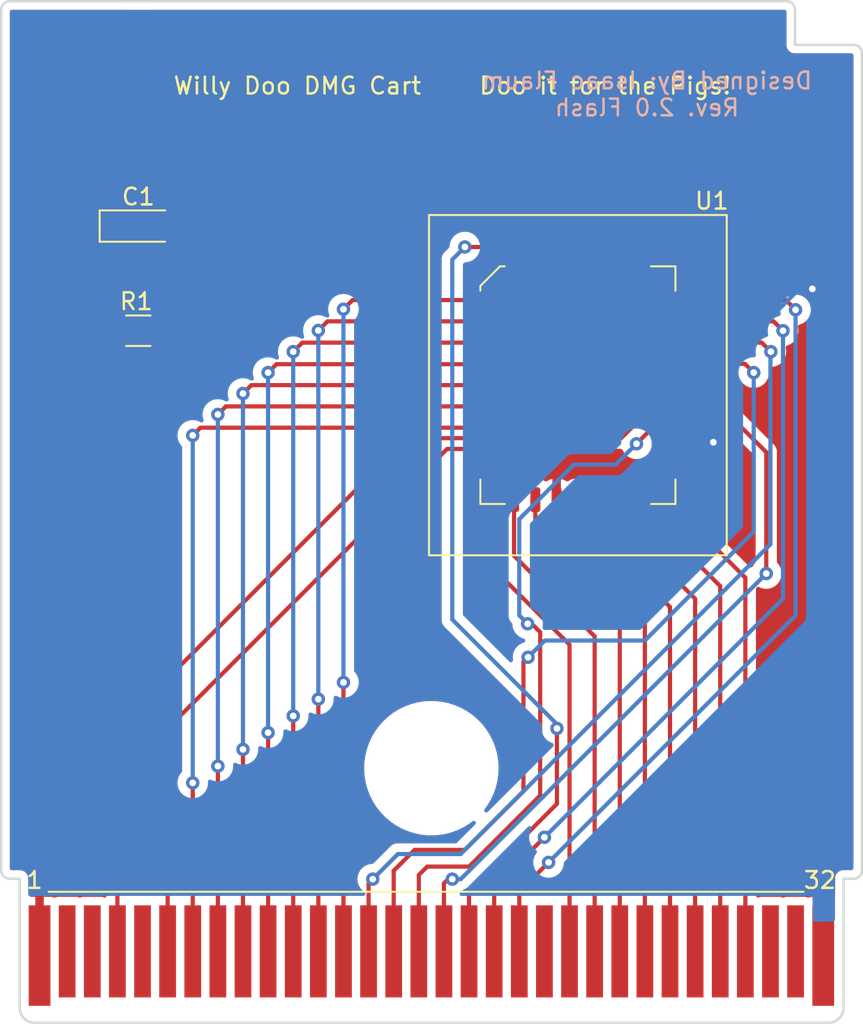
<source format=kicad_pcb>
(kicad_pcb (version 20211014) (generator pcbnew)
  (layers (0 "F.Cu" signal) (31 "B.Cu" signal) (34 "B.Paste" user) (35 "F.Paste" user) (36 "B.SilkS" user "B.Silkscreen") (37 "F.SilkS" user "F.Silkscreen") (38 "B.Mask" user) (39 "F.Mask" user) (44 "Edge.Cuts" user))
  (net 0 "")
  (net 2 "+5V")
  (net 4 "GBRD")
  (net 6 "A0")
  (net 7 "A1")
  (net 8 "A2")
  (net 9 "A3")
  (net 10 "A4")
  (net 11 "A5")
  (net 12 "A6")
  (net 13 "A7")
  (net 14 "A8")
  (net 15 "A9")
  (net 16 "A10")
  (net 17 "A11")
  (net 18 "A12")
  (net 19 "A13")
  (net 20 "A14")
  (net 22 "D0")
  (net 23 "D1")
  (net 24 "D2")
  (net 25 "D3")
  (net 26 "D4")
  (net 27 "D5")
  (net 28 "D6")
  (net 29 "D7")
  (net 32 "GND")
  (net 33 "Net-(R1-Pad1)")
  (footprint "GB Cartridge Stuff:MountingHole_7mm" (layer "F.Cu") (at 128.69124 123.993407)
    (fp_text reference "H1" hide)
    (fp_text value "MountingHole")
    (pad "" np_thru_hole circle locked (at 0 0) (size 7 7) (drill 7) (layers *.Cu *.Mask))
  )
  (footprint "Resistor_SMD:R_1206_3216Metric" (layer "F.Cu") (at 111.19 97.87 180)
    (fp_text reference "R1" (at 0.125 1.75 180) (layer "F.SilkS"))
    (fp_text value "12k")
    (fp_line (start -0.727064 0.91) (end 0.727064 0.91) (layer "F.SilkS") (width 0.12))
    (fp_line (start -0.727064 -0.91) (end 0.727064 -0.91) (layer "F.SilkS") (width 0.12))
    (pad "1" smd roundrect (at -1.4625 0 180) (size 1.125 1.75) (layers "F.Cu" "F.Paste" "F.Mask") (roundrect_rratio 0.2222222222) (net 33 "Net-(R1-Pad1)"))
    (pad "2" smd roundrect (at 1.4625 0 180) (size 1.125 1.75) (layers "F.Cu" "F.Paste" "F.Mask") (roundrect_rratio 0.2222222222) (net 2 "+5V"))
  )
  (footprint "GB Cartridge Stuff:cartridge_PCBedge" (layer "F.Cu") (at 128.69124 135.183407)
    (fp_text reference "J1" hide)
    (fp_text value "CartBus" hide)
    (fp_text user "1" (at -23.7 -4.5) (layer "F.SilkS"))
    (fp_text user "32" (at 23.2 -4.5) (layer "F.SilkS"))
    (pad "1" connect rect locked (at -23.4 0 90) (size 6 1.3) (layers "F.Cu" "F.Mask") (net 2 "+5V"))
    (pad "2" connect rect locked (at -21.75 -0.25 90) (size 5.5 1) (layers "F.Cu" "F.Mask"))
    (pad "3" connect rect locked (at -20.25 -0.25 90) (size 5.5 1) (layers "F.Cu" "F.Mask"))
    (pad "4" connect rect locked (at -18.75 -0.25 90) (size 5.5 1) (layers "F.Cu" "F.Mask") (net 4 "GBRD"))
    (pad "5" connect rect locked (at -17.25 -0.25 90) (size 5.5 1) (layers "F.Cu" "F.Mask"))
    (pad "6" connect rect locked (at -15.75 -0.25 90) (size 5.5 1) (layers "F.Cu" "F.Mask") (net 6 "A0"))
    (pad "7" connect rect locked (at -14.25 -0.25 90) (size 5.5 1) (layers "F.Cu" "F.Mask") (net 7 "A1"))
    (pad "8" connect rect locked (at -12.75 -0.25 90) (size 5.5 1) (layers "F.Cu" "F.Mask") (net 8 "A2"))
    (pad "9" connect rect locked (at -11.25 -0.25 90) (size 5.5 1) (layers "F.Cu" "F.Mask") (net 9 "A3"))
    (pad "10" connect rect locked (at -9.75 -0.25 90) (size 5.5 1) (layers "F.Cu" "F.Mask") (net 10 "A4"))
    (pad "11" connect rect locked (at -8.25 -0.25 90) (size 5.5 1) (layers "F.Cu" "F.Mask") (net 11 "A5"))
    (pad "12" connect rect locked (at -6.75 -0.25 90) (size 5.5 1) (layers "F.Cu" "F.Mask") (net 12 "A6"))
    (pad "13" connect rect locked (at -5.25 -0.25 90) (size 5.5 1) (layers "F.Cu" "F.Mask") (net 13 "A7"))
    (pad "14" connect rect locked (at -3.75 -0.25 90) (size 5.5 1) (layers "F.Cu" "F.Mask") (net 14 "A8"))
    (pad "15" connect rect locked (at -2.25 -0.25 90) (size 5.5 1) (layers "F.Cu" "F.Mask") (net 15 "A9"))
    (pad "16" connect rect locked (at -0.75 -0.25 90) (size 5.5 1) (layers "F.Cu" "F.Mask") (net 16 "A10"))
    (pad "17" connect rect locked (at 0.75 -0.25 90) (size 5.5 1) (layers "F.Cu" "F.Mask") (net 17 "A11"))
    (pad "18" connect rect locked (at 2.25 -0.25 90) (size 5.5 1) (layers "F.Cu" "F.Mask") (net 18 "A12"))
    (pad "19" connect rect locked (at 3.75 -0.25 90) (size 5.5 1) (layers "F.Cu" "F.Mask") (net 19 "A13"))
    (pad "20" connect rect locked (at 5.25 -0.25 90) (size 5.5 1) (layers "F.Cu" "F.Mask") (net 20 "A14"))
    (pad "21" connect rect locked (at 6.75 -0.25 90) (size 5.5 1) (layers "F.Cu" "F.Mask"))
    (pad "22" connect rect locked (at 8.25 -0.25 90) (size 5.5 1) (layers "F.Cu" "F.Mask") (net 22 "D0"))
    (pad "23" connect rect locked (at 9.75 -0.25 90) (size 5.5 1) (layers "F.Cu" "F.Mask") (net 23 "D1"))
    (pad "24" connect rect locked (at 11.25 -0.25 90) (size 5.5 1) (layers "F.Cu" "F.Mask") (net 24 "D2"))
    (pad "25" connect rect locked (at 12.75 -0.25 90) (size 5.5 1) (layers "F.Cu" "F.Mask") (net 25 "D3"))
    (pad "26" connect rect locked (at 14.25 -0.25 90) (size 5.5 1) (layers "F.Cu" "F.Mask") (net 26 "D4"))
    (pad "27" connect rect locked (at 15.75 -0.25 90) (size 5.5 1) (layers "F.Cu" "F.Mask") (net 27 "D5"))
    (pad "28" connect rect locked (at 17.25 -0.25 90) (size 5.5 1) (layers "F.Cu" "F.Mask") (net 28 "D6"))
    (pad "29" connect rect locked (at 18.75 -0.25 90) (size 5.5 1) (layers "F.Cu" "F.Mask") (net 29 "D7"))
    (pad "30" connect rect locked (at 20.25 -0.25 90) (size 5.5 1) (layers "F.Cu" "F.Mask"))
    (pad "31" connect rect locked (at 21.75 -0.25 90) (size 5.5 1) (layers "F.Cu" "F.Mask"))
    (pad "32" connect rect locked (at 23.4 0 90) (size 6 1.3) (layers "F.Cu" "F.Mask") (net 32 "GND"))
  )
  (footprint "Capacitor_Tantalum_SMD:CP_EIA-3216-18_Kemet-A" (layer "F.Cu") (at 111.19 91.62)
    (fp_text reference "C1" (at 0 -1.75) (layer "F.SilkS"))
    (fp_text value "C_Polarized")
    (fp_line (start -2.31 0.935) (end 1.6 0.935) (layer "F.SilkS") (width 0.12))
    (fp_line (start -2.31 -0.935) (end -2.31 0.935) (layer "F.SilkS") (width 0.12))
    (fp_line (start 1.6 -0.935) (end -2.31 -0.935) (layer "F.SilkS") (width 0.12))
    (pad "1" smd roundrect (at -1.35 0) (size 1.4 1.35) (layers "F.Cu" "F.Paste" "F.Mask") (roundrect_rratio 0.1851851852) (net 2 "+5V"))
    (pad "2" smd roundrect (at 1.35 0) (size 1.4 1.35) (layers "F.Cu" "F.Paste" "F.Mask") (roundrect_rratio 0.1851851852) (net 32 "GND"))
  )
  (footprint "GB Cartridge Stuff:PLCC-32_11.4x14.0mm_P1.27mm_SOCKET" (layer "F.Cu") (at 137.44 101.12)
    (fp_text reference "U1" (at 8 -11) (layer "F.SilkS"))
    (fp_text value "SST39SF020")
    (fp_line (start -8.89 -10.16) (end 8.89 -10.16) (layer "F.SilkS") (width 0.12))
    (fp_line (start -5.825 7.095) (end -5.825 5.64) (layer "F.SilkS") (width 0.12))
    (fp_line (start 4.37 -7.095) (end 5.825 -7.095) (layer "F.SilkS") (width 0.12))
    (fp_line (start -4.37 7.095) (end -5.825 7.095) (layer "F.SilkS") (width 0.12))
    (fp_line (start -8.89 10.16) (end -8.89 -10.16) (layer "F.SilkS") (width 0.12))
    (fp_line (start 8.89 10.16) (end -8.89 10.16) (layer "F.SilkS") (width 0.12))
    (fp_line (start 5.825 7.095) (end 5.825 5.64) (layer "F.SilkS") (width 0.12))
    (fp_line (start -5.825 -5.922782) (end -5.825 -5.64) (layer "F.SilkS") (width 0.12))
    (fp_line (start 8.89 -10.16) (end 8.89 10.16) (layer "F.SilkS") (width 0.12))
    (fp_line (start 4.37 7.095) (end 5.825 7.095) (layer "F.SilkS") (width 0.12))
    (fp_line (start 5.825 -7.095) (end 5.825 -5.64) (layer "F.SilkS") (width 0.12))
    (fp_line (start -4.37 -7.095) (end -4.652782 -7.095) (layer "F.SilkS") (width 0.12))
    (fp_line (start -4.652782 -7.095) (end -5.825 -5.922782) (layer "F.SilkS") (width 0.12))
    (pad "1" smd roundrect locked (at 0 -6.8375) (size 0.6 1.475) (layers "F.Cu" "F.Paste" "F.Mask"))
    (pad "2" smd roundrect locked (at -1.27 -6.8375) (size 0.6 1.475) (layers "F.Cu" "F.Paste" "F.Mask"))
    (pad "3" smd roundrect locked (at -2.54 -6.8375) (size 0.6 1.475) (layers "F.Cu" "F.Paste" "F.Mask"))
    (pad "4" smd roundrect locked (at -3.81 -6.8375) (size 0.6 1.475) (layers "F.Cu" "F.Paste" "F.Mask") (net 18 "A12"))
    (pad "5" smd roundrect locked (at -5.5625 -5.08) (size 1.475 0.6) (layers "F.Cu" "F.Paste" "F.Mask") (net 13 "A7"))
    (pad "6" smd roundrect locked (at -5.5625 -3.81) (size 1.475 0.6) (layers "F.Cu" "F.Paste" "F.Mask") (net 12 "A6"))
    (pad "7" smd roundrect locked (at -5.5625 -2.54) (size 1.475 0.6) (layers "F.Cu" "F.Paste" "F.Mask") (net 11 "A5"))
    (pad "8" smd roundrect locked (at -5.5625 -1.27) (size 1.475 0.6) (layers "F.Cu" "F.Paste" "F.Mask") (net 10 "A4"))
    (pad "9" smd roundrect locked (at -5.5625 0) (size 1.475 0.6) (layers "F.Cu" "F.Paste" "F.Mask") (net 9 "A3"))
    (pad "10" smd roundrect locked (at -5.5625 1.27) (size 1.475 0.6) (layers "F.Cu" "F.Paste" "F.Mask") (net 8 "A2"))
    (pad "11" smd roundrect locked (at -5.5625 2.54) (size 1.475 0.6) (layers "F.Cu" "F.Paste" "F.Mask") (net 7 "A1"))
    (pad "12" smd roundrect locked (at -5.5625 3.81) (size 1.475 0.6) (layers "F.Cu" "F.Paste" "F.Mask") (net 6 "A0"))
    (pad "13" smd roundrect locked (at -5.5625 5.08) (size 1.475 0.6) (layers "F.Cu" "F.Paste" "F.Mask") (net 22 "D0"))
    (pad "14" smd roundrect locked (at -3.81 6.8375) (size 0.6 1.475) (layers "F.Cu" "F.Paste" "F.Mask") (net 23 "D1"))
    (pad "15" smd roundrect locked (at -2.54 6.8375) (size 0.6 1.475) (layers "F.Cu" "F.Paste" "F.Mask") (net 24 "D2"))
    (pad "16" smd roundrect locked (at -1.27 6.8375) (size 0.6 1.475) (layers "F.Cu" "F.Paste" "F.Mask") (net 32 "GND"))
    (pad "17" smd roundrect locked (at 0 6.8375) (size 0.6 1.475) (layers "F.Cu" "F.Paste" "F.Mask") (net 25 "D3"))
    (pad "18" smd roundrect locked (at 1.27 6.8375) (size 0.6 1.475) (layers "F.Cu" "F.Paste" "F.Mask") (net 26 "D4"))
    (pad "19" smd roundrect locked (at 2.54 6.8375) (size 0.6 1.475) (layers "F.Cu" "F.Paste" "F.Mask") (net 27 "D5"))
    (pad "20" smd roundrect locked (at 3.81 6.8375) (size 0.6 1.475) (layers "F.Cu" "F.Paste" "F.Mask") (net 28 "D6"))
    (pad "21" smd roundrect locked (at 5.5625 5.08) (size 1.475 0.6) (layers "F.Cu" "F.Paste" "F.Mask") (net 29 "D7"))
    (pad "22" smd roundrect locked (at 5.5625 3.81) (size 1.475 0.6) (layers "F.Cu" "F.Paste" "F.Mask") (net 32 "GND"))
    (pad "23" smd roundrect locked (at 5.5625 2.54) (size 1.475 0.6) (layers "F.Cu" "F.Paste" "F.Mask") (net 16 "A10"))
    (pad "24" smd roundrect locked (at 5.5625 1.27) (size 1.475 0.6) (layers "F.Cu" "F.Paste" "F.Mask") (net 4 "GBRD"))
    (pad "25" smd roundrect locked (at 5.5625 0) (size 1.475 0.6) (layers "F.Cu" "F.Paste" "F.Mask") (net 17 "A11"))
    (pad "26" smd roundrect locked (at 5.5625 -1.27) (size 1.475 0.6) (layers "F.Cu" "F.Paste" "F.Mask") (net 15 "A9"))
    (pad "27" smd roundrect locked (at 5.5625 -2.54) (size 1.475 0.6) (layers "F.Cu" "F.Paste" "F.Mask") (net 14 "A8"))
    (pad "28" smd roundrect locked (at 5.5625 -3.81) (size 1.475 0.6) (layers "F.Cu" "F.Paste" "F.Mask") (net 19 "A13"))
    (pad "29" smd roundrect locked (at 5.5625 -5.08) (size 1.475 0.6) (layers "F.Cu" "F.Paste" "F.Mask") (net 20 "A14"))
    (pad "30" smd roundrect locked (at 3.81 -6.8375) (size 0.6 1.475) (layers "F.Cu" "F.Paste" "F.Mask"))
    (pad "31" smd roundrect locked (at 2.54 -6.8375) (size 0.6 1.475) (layers "F.Cu" "F.Paste" "F.Mask") (net 33 "Net-(R1-Pad1)"))
    (pad "32" smd roundrect (at 1.27 -6.8375) (size 0.6 1.475) (layers "F.Cu" "F.Paste" "F.Mask") (net 2 "+5V"))
  )
  (gr_line (start 105.83124 131.373407) (end 150.91624 131.373407) (layer "F.SilkS") (width 0.12))
  (gr_line (start 103.505 78.195) (end 149.905 78.195) (layer "Edge.Cuts") (width 0.15))
  (gr_line (start 150.405 78.695) (end 150.405 80.795) (layer "Edge.Cuts") (width 0.15))
  (gr_line (start 105.005 139.195) (end 152.405 139.195) (layer "Edge.Cuts") (width 0.15))
  (gr_line (start 103.005 130.095) (end 103.005 78.695) (layer "Edge.Cuts") (width 0.15))
  (gr_arc (start 105.005 139.195) (mid 104.368604 138.931396) (end 104.105 138.295) (layer "Edge.Cuts") (width 0.15))
  (gr_line (start 104.105 130.595) (end 103.505 130.595) (layer "Edge.Cuts") (width 0.15))
  (gr_arc (start 103.505 130.595) (mid 103.151447 130.448553) (end 103.005 130.095) (layer "Edge.Cuts") (width 0.15))
  (gr_arc (start 154.405 130.095) (mid 154.258553 130.448553) (end 153.905 130.595) (layer "Edge.Cuts") (width 0.15))
  (gr_line (start 104.105 138.295) (end 104.105 130.595) (layer "Edge.Cuts") (width 0.15))
  (gr_line (start 153.305 138.295) (end 153.305 130.595) (layer "Edge.Cuts") (width 0.15))
  (gr_line (start 154.405 130.095) (end 154.405 81.295) (layer "Edge.Cuts") (width 0.15))
  (gr_arc (start 149.905 78.195) (mid 150.258553 78.341447) (end 150.405 78.695) (layer "Edge.Cuts") (width 0.15))
  (gr_arc (start 153.905 80.795) (mid 154.258553 80.941447) (end 154.405 81.295) (layer "Edge.Cuts") (width 0.15))
  (gr_arc (start 103.005 78.695) (mid 103.151447 78.341447) (end 103.505 78.195) (layer "Edge.Cuts") (width 0.15))
  (gr_line (start 153.905 80.795) (end 150.405 80.795) (layer "Edge.Cuts") (width 0.15))
  (gr_line (start 153.305 130.595) (end 153.905 130.595) (layer "Edge.Cuts") (width 0.15))
  (gr_arc (start 153.305 138.295) (mid 153.041396 138.931396) (end 152.405 139.195) (layer "Edge.Cuts") (width 0.15))
  (gr_text "Designed By: Isaac Flaum\nRev. 2.0 Flash" (at 141.565 83.745) (layer "B.SilkS") (effects (font (size 1 1)) (justify mirror)))
  (gr_text "Doo it for the Pigs!" (at 139.065 83.245) (layer "F.SilkS") (effects (font (size 1 1))))
  (gr_text "Willy Doo DMG Cart" (at 120.69 83.245) (layer "F.SilkS") (effects (font (size 1 1))))
  (segment (start 136.94 91.37) (end 121.69 91.37) (width 0.25) (layer "F.Cu") (net 2))
  (segment (start 138.71 93.14) (end 136.94 91.37) (width 0.25) (layer "F.Cu") (net 2))
  (segment (start 138.71 94.2825) (end 138.71 93.14) (width 0.25) (layer "F.Cu") (net 2))
  (segment (start 121.69 91.37) (end 109.69 103.37) (width 0.25) (layer "F.Cu") (net 2))
  (segment (start 109.94124 121.61876) (end 127.275 104.285) (width 0.25) (layer "F.Cu") (net 4))
  (segment (start 140.025 104.285) (end 141.92 102.39) (width 0.25) (layer "F.Cu") (net 4))
  (segment (start 109.94124 134.933407) (end 109.94124 121.61876) (width 0.25) (layer "F.Cu") (net 4))
  (segment (start 141.92 102.39) (end 143.0025 102.39) (width 0.25) (layer "F.Cu") (net 4))
  (segment (start 127.275 104.285) (end 140.025 104.285) (width 0.25) (layer "F.Cu") (net 4))
  (segment (start 112.94124 121.61876) (end 129.63 104.93) (width 0.25) (layer "F.Cu") (net 6))
  (segment (start 112.94124 134.933407) (end 112.94124 121.61876) (width 0.25) (layer "F.Cu") (net 6))
  (segment (start 129.63 104.93) (end 131.8775 104.93) (width 0.25) (layer "F.Cu") (net 6))
  (segment (start 114.9 103.66) (end 131.8775 103.66) (width 0.25) (layer "F.Cu") (net 7))
  (segment (start 114.44124 125.62124) (end 114.44 125.62) (width 0.25) (layer "F.Cu") (net 7))
  (segment (start 114.44 104.12) (end 114.9 103.66) (width 0.25) (layer "F.Cu") (net 7))
  (segment (start 114.44 125.62) (end 114.44 124.87) (width 0.25) (layer "F.Cu") (net 7))
  (segment (start 114.44124 134.933407) (end 114.44124 125.62124) (width 0.25) (layer "F.Cu") (net 7))
  (via (at 114.44 104.12) (size 0.8) (drill 0.4) (layers "F.Cu" "B.Cu") (net 7))
  (via (at 114.44 124.87) (size 0.8) (drill 0.4) (layers "F.Cu" "B.Cu") (net 7))
  (segment (start 114.44 104.12) (end 114.44 124.87) (width 0.25) (layer "B.Cu") (net 7))
  (segment (start 115.94 102.87) (end 116.42 102.39) (width 0.25) (layer "F.Cu") (net 8))
  (segment (start 116.42 102.39) (end 131.8775 102.39) (width 0.25) (layer "F.Cu") (net 8))
  (segment (start 115.94 123.87) (end 115.94124 123.87124) (width 0.25) (layer "F.Cu") (net 8))
  (segment (start 115.94124 123.87124) (end 115.94124 134.933407) (width 0.25) (layer "F.Cu") (net 8))
  (via (at 115.94 123.87) (size 0.8) (drill 0.4) (layers "F.Cu" "B.Cu") (net 8))
  (via (at 115.94 102.87) (size 0.8) (drill 0.4) (layers "F.Cu" "B.Cu") (net 8))
  (segment (start 115.94 102.87) (end 115.94 123.87) (width 0.25) (layer "B.Cu") (net 8))
  (segment (start 117.44 101.62) (end 117.94 101.12) (width 0.25) (layer "F.Cu") (net 9))
  (segment (start 117.94 101.12) (end 131.8775 101.12) (width 0.25) (layer "F.Cu") (net 9))
  (segment (start 117.44124 122.87124) (end 117.44124 134.933407) (width 0.25) (layer "F.Cu") (net 9))
  (segment (start 117.44 122.87) (end 117.44124 122.87124) (width 0.25) (layer "F.Cu") (net 9))
  (via (at 117.44 122.87) (size 0.8) (drill 0.4) (layers "F.Cu" "B.Cu") (net 9))
  (via (at 117.44 101.62) (size 0.8) (drill 0.4) (layers "F.Cu" "B.Cu") (net 9))
  (segment (start 117.44 101.62) (end 117.44 122.87) (width 0.25) (layer "B.Cu") (net 9))
  (segment (start 118.94 100.37) (end 119.44 99.87) (width 0.25) (layer "F.Cu") (net 10))
  (segment (start 119.44 99.87) (end 131.8575 99.87) (width 0.25) (layer "F.Cu") (net 10))
  (segment (start 118.94124 121.87124) (end 118.94124 134.933407) (width 0.25) (layer "F.Cu") (net 10))
  (segment (start 131.8575 99.87) (end 131.8775 99.85) (width 0.25) (layer "F.Cu") (net 10))
  (segment (start 118.94 121.87) (end 118.94124 121.87124) (width 0.25) (layer "F.Cu") (net 10))
  (via (at 118.94 100.37) (size 0.8) (drill 0.4) (layers "F.Cu" "B.Cu") (net 10))
  (via (at 118.94 121.87) (size 0.8) (drill 0.4) (layers "F.Cu" "B.Cu") (net 10))
  (segment (start 118.94 100.37) (end 118.94 121.87) (width 0.25) (layer "B.Cu") (net 10))
  (segment (start 120.44124 120.87124) (end 120.44124 134.933407) (width 0.25) (layer "F.Cu") (net 11))
  (segment (start 120.98 98.58) (end 131.8775 98.58) (width 0.25) (layer "F.Cu") (net 11))
  (segment (start 120.44 120.87) (end 120.44124 120.87124) (width 0.25) (layer "F.Cu") (net 11))
  (segment (start 120.44 99.12) (end 120.98 98.58) (width 0.25) (layer "F.Cu") (net 11))
  (via (at 120.44 120.87) (size 0.8) (drill 0.4) (layers "F.Cu" "B.Cu") (net 11))
  (via (at 120.44 99.12) (size 0.8) (drill 0.4) (layers "F.Cu" "B.Cu") (net 11))
  (segment (start 120.44 99.12) (end 120.44 120.87) (width 0.25) (layer "B.Cu") (net 11))
  (segment (start 121.94124 119.87124) (end 121.94124 134.933407) (width 0.25) (layer "F.Cu") (net 12))
  (segment (start 131.8775 97.31) (end 123 97.31) (width 0.25) (layer "F.Cu") (net 12))
  (segment (start 121.94 119.87) (end 121.94124 119.87124) (width 0.25) (layer "F.Cu") (net 12))
  (segment (start 121.94 97.8555) (end 122.4855 97.31) (width 0.25) (layer "F.Cu") (net 12))
  (segment (start 122.4855 97.31) (end 123 97.31) (width 0.25) (layer "F.Cu") (net 12))
  (via (at 121.94 119.87) (size 0.8) (drill 0.4) (layers "F.Cu" "B.Cu") (net 12))
  (via (at 121.94 97.8555) (size 0.8) (drill 0.4) (layers "F.Cu" "B.Cu") (net 12))
  (segment (start 121.94 97.8555) (end 121.94 119.87) (width 0.25) (layer "B.Cu") (net 12))
  (segment (start 123.9855 96.04) (end 123.44 96.5855) (width 0.25) (layer "F.Cu") (net 13))
  (segment (start 131.8775 96.04) (end 123.9855 96.04) (width 0.25) (layer "F.Cu") (net 13))
  (segment (start 123.44124 118.87124) (end 123.44124 134.933407) (width 0.25) (layer "F.Cu") (net 13))
  (segment (start 123.44 118.87) (end 123.44124 118.87124) (width 0.25) (layer "F.Cu") (net 13))
  (via (at 123.44 118.87) (size 0.8) (drill 0.4) (layers "F.Cu" "B.Cu") (net 13))
  (via (at 123.44 96.5855) (size 0.8) (drill 0.4) (layers "F.Cu" "B.Cu") (net 13))
  (segment (start 123.44 96.5855) (end 123.44 118.87) (width 0.25) (layer "B.Cu") (net 13))
  (segment (start 125.19 130.62) (end 124.94124 130.86876) (width 0.25) (layer "F.Cu") (net 14))
  (segment (start 148.4255 98.58) (end 143.0025 98.58) (width 0.25) (layer "F.Cu") (net 14))
  (segment (start 148.9655 99.12) (end 148.4255 98.58) (width 0.25) (layer "F.Cu") (net 14))
  (segment (start 124.94124 130.86876) (end 124.94124 134.933407) (width 0.25) (layer "F.Cu") (net 14))
  (via (at 125.19 130.62) (size 0.8) (drill 0.4) (layers "F.Cu" "B.Cu") (net 14))
  (via (at 148.9655 99.12) (size 0.8) (drill 0.4) (layers "F.Cu" "B.Cu") (net 14))
  (segment (start 148.94 99.1455) (end 148.9655 99.12) (width 0.25) (layer "B.Cu") (net 14))
  (segment (start 125.19 130.62) (end 126.69 129.12) (width 0.25) (layer "B.Cu") (net 14))
  (segment (start 148.94 110.62) (end 148.94 99.1455) (width 0.25) (layer "B.Cu") (net 14))
  (segment (start 126.69 129.12) (end 130.44 129.12) (width 0.25) (layer "B.Cu") (net 14))
  (segment (start 130.44 129.12) (end 148.94 110.62) (width 0.25) (layer "B.Cu") (net 14))
  (segment (start 134.4655 117.37) (end 134.19 117.6455) (width 0.25) (layer "F.Cu") (net 15))
  (segment (start 134.19 125.37) (end 130.69 128.87) (width 0.25) (layer "F.Cu") (net 15))
  (segment (start 126.44 130.12) (end 126.44124 130.12124) (width 0.25) (layer "F.Cu") (net 15))
  (segment (start 147.94 100.37) (end 147.42 99.85) (width 0.25) (layer "F.Cu") (net 15))
  (segment (start 127.69 128.87) (end 126.44 130.12) (width 0.25) (layer "F.Cu") (net 15))
  (segment (start 126.44124 130.12124) (end 126.44124 134.933407) (width 0.25) (layer "F.Cu") (net 15))
  (segment (start 130.69 128.87) (end 127.69 128.87) (width 0.25) (layer "F.Cu") (net 15))
  (segment (start 147.42 99.85) (end 143.0025 99.85) (width 0.25) (layer "F.Cu") (net 15))
  (segment (start 134.19 117.6455) (end 134.19 125.37) (width 0.25) (layer "F.Cu") (net 15))
  (via (at 134.4655 117.37) (size 0.8) (drill 0.4) (layers "F.Cu" "B.Cu") (net 15))
  (via (at 147.94 100.37) (size 0.8) (drill 0.4) (layers "F.Cu" "B.Cu") (net 15))
  (segment (start 147.94 109.87) (end 147.94 100.37) (width 0.25) (layer "B.Cu") (net 15))
  (segment (start 141.44 116.37) (end 147.94 109.87) (width 0.25) (layer "B.Cu") (net 15))
  (segment (start 135.4655 116.37) (end 141.44 116.37) (width 0.25) (layer "B.Cu") (net 15))
  (segment (start 134.4655 117.37) (end 135.4655 116.37) (width 0.25) (layer "B.Cu") (net 15))
  (segment (start 141.9 103.66) (end 143.0025 103.66) (width 0.25) (layer "F.Cu") (net 16))
  (segment (start 135.19 115.87) (end 135.19 125.62) (width 0.25) (layer "F.Cu") (net 16))
  (segment (start 128.44 129.87) (end 127.94124 130.36876) (width 0.25) (layer "F.Cu") (net 16))
  (segment (start 134.690497 115.370497) (end 135.19 115.87) (width 0.25) (layer "F.Cu") (net 16))
  (segment (start 135.19 125.62) (end 130.94 129.87) (width 0.25) (layer "F.Cu") (net 16))
  (segment (start 140.94 104.62) (end 141.9 103.66) (width 0.25) (layer "F.Cu") (net 16))
  (segment (start 127.94124 130.36876) (end 127.94124 134.933407) (width 0.25) (layer "F.Cu") (net 16))
  (segment (start 130.94 129.87) (end 128.44 129.87) (width 0.25) (layer "F.Cu") (net 16))
  (segment (start 134.44 115.370497) (end 134.690497 115.370497) (width 0.25) (layer "F.Cu") (net 16))
  (via (at 140.94 104.62) (size 0.8) (drill 0.4) (layers "F.Cu" "B.Cu") (net 16))
  (via (at 134.44 115.370497) (size 0.8) (drill 0.4) (layers "F.Cu" "B.Cu") (net 16))
  (segment (start 137.19 105.87) (end 133.94 109.12) (width 0.25) (layer "B.Cu") (net 16))
  (segment (start 133.94 109.12) (end 133.94 114.870497) (width 0.25) (layer "B.Cu") (net 16))
  (segment (start 139.69 105.87) (end 137.19 105.87) (width 0.25) (layer "B.Cu") (net 16))
  (segment (start 133.94 114.870497) (end 134.44 115.370497) (width 0.25) (layer "B.Cu") (net 16))
  (segment (start 140.94 104.62) (end 139.69 105.87) (width 0.25) (layer "B.Cu") (net 16))
  (segment (start 129.44124 130.87124) (end 129.44124 134.933407) (width 0.25) (layer "F.Cu") (net 17))
  (segment (start 148.69 105.12) (end 144.69 101.12) (width 0.25) (layer "F.Cu") (net 17))
  (segment (start 129.94 130.62) (end 129.69248 130.62) (width 0.25) (layer "F.Cu") (net 17))
  (segment (start 144.69 101.12) (end 143.0025 101.12) (width 0.25) (layer "F.Cu") (net 17))
  (segment (start 129.69248 130.62) (end 129.44124 130.87124) (width 0.25) (layer "F.Cu") (net 17))
  (segment (start 148.69 112.37) (end 148.69 105.12) (width 0.25) (layer "F.Cu") (net 17))
  (via (at 129.94 130.62) (size 0.8) (drill 0.4) (layers "F.Cu" "B.Cu") (net 17))
  (via (at 148.69 112.37) (size 0.8) (drill 0.4) (layers "F.Cu" "B.Cu") (net 17))
  (segment (start 129.94 130.62) (end 130.44 130.62) (width 0.25) (layer "B.Cu") (net 17))
  (segment (start 130.44 130.62) (end 148.69 112.37) (width 0.25) (layer "B.Cu") (net 17))
  (segment (start 132.94 92.87) (end 133.63 93.56) (width 0.25) (layer "F.Cu") (net 18))
  (segment (start 133.63 93.56) (end 133.63 94.2825) (width 0.25) (layer "F.Cu") (net 18))
  (segment (start 130.94124 131.36876) (end 130.94124 134.933407) (width 0.25) (layer "F.Cu") (net 18))
  (segment (start 130.69 92.87) (end 132.94 92.87) (width 0.25) (layer "F.Cu") (net 18))
  (segment (start 136.19 126.12) (end 130.94124 131.36876) (width 0.25) (layer "F.Cu") (net 18))
  (segment (start 136.19 121.62) (end 136.19 126.12) (width 0.25) (layer "F.Cu") (net 18))
  (via (at 130.69 92.87) (size 0.8) (drill 0.4) (layers "F.Cu" "B.Cu") (net 18))
  (via (at 136.19 121.62) (size 0.8) (drill 0.4) (layers "F.Cu" "B.Cu") (net 18))
  (segment (start 129.94 93.62) (end 129.94 115.12) (width 0.25) (layer "B.Cu") (net 18))
  (segment (start 136.19 121.37) (end 136.19 121.62) (width 0.25) (layer "B.Cu") (net 18))
  (segment (start 130.69 92.87) (end 129.94 93.62) (width 0.25) (layer "B.Cu") (net 18))
  (segment (start 129.94 115.12) (end 136.19 121.37) (width 0.25) (layer "B.Cu") (net 18))
  (segment (start 149.13 97.31) (end 143.0025 97.31) (width 0.25) (layer "F.Cu") (net 19))
  (segment (start 132.44124 131.11876) (end 135.44 128.12) (width 0.25) (layer "F.Cu") (net 19))
  (segment (start 132.44124 134.933407) (end 132.44124 131.11876) (width 0.25) (layer "F.Cu") (net 19))
  (segment (start 149.69 97.87) (end 149.13 97.31) (width 0.25) (layer "F.Cu") (net 19))
  (via (at 135.44 128.12) (size 0.8) (drill 0.4) (layers "F.Cu" "B.Cu") (net 19))
  (via (at 149.69 97.87) (size 0.8) (drill 0.4) (layers "F.Cu" "B.Cu") (net 19))
  (segment (start 149.69 97.87) (end 149.69 113.87) (width 0.25) (layer "B.Cu") (net 19))
  (segment (start 149.69 113.87) (end 135.44 128.12) (width 0.25) (layer "B.Cu") (net 19))
  (segment (start 133.94124 131.36876) (end 135.69 129.62) (width 0.25) (layer "F.Cu") (net 20))
  (segment (start 150.44 96.62) (end 149.86 96.04) (width 0.25) (layer "F.Cu") (net 20))
  (segment (start 133.94124 134.933407) (end 133.94124 131.36876) (width 0.25) (layer "F.Cu") (net 20))
  (segment (start 149.86 96.04) (end 143.0025 96.04) (width 0.25) (layer "F.Cu") (net 20))
  (via (at 150.44 96.62) (size 0.8) (drill 0.4) (layers "F.Cu" "B.Cu") (net 20))
  (via (at 135.69 129.62) (size 0.8) (drill 0.4) (layers "F.Cu" "B.Cu") (net 20))
  (segment (start 150.44 96.62) (end 150.44 114.87) (width 0.25) (layer "B.Cu") (net 20))
  (segment (start 150.44 114.87) (end 135.69 129.62) (width 0.25) (layer "B.Cu") (net 20))
  (segment (start 136.94124 116.62124) (end 131.8775 111.5575) (width 0.25) (layer "F.Cu") (net 22))
  (segment (start 136.94124 134.933407) (end 136.94124 116.62124) (width 0.25) (layer "F.Cu") (net 22))
  (segment (start 131.8775 111.5575) (end 131.8775 106.2) (width 0.25) (layer "F.Cu") (net 22))
  (segment (start 133.63 111.31) (end 138.44124 116.12124) (width 0.25) (layer "F.Cu") (net 23))
  (segment (start 138.44124 116.12124) (end 138.44124 134.933407) (width 0.25) (layer "F.Cu") (net 23))
  (segment (start 133.63 107.9575) (end 133.63 111.31) (width 0.25) (layer "F.Cu") (net 23))
  (segment (start 139.94124 115.62124) (end 134.9 110.58) (width 0.25) (layer "F.Cu") (net 24))
  (segment (start 139.94124 134.933407) (end 139.94124 115.62124) (width 0.25) (layer "F.Cu") (net 24))
  (segment (start 134.9 110.58) (end 134.9 107.9575) (width 0.25) (layer "F.Cu") (net 24))
  (segment (start 141.44124 114.928042) (end 141.44124 134.933407) (width 0.25) (layer "F.Cu") (net 25))
  (segment (start 137.44 107.9575) (end 137.44 110.926802) (width 0.25) (layer "F.Cu") (net 25))
  (segment (start 137.44 110.926802) (end 141.44124 114.928042) (width 0.25) (layer "F.Cu") (net 25))
  (segment (start 138.69 110.12) (end 138.69 107.9775) (width 0.25) (layer "F.Cu") (net 26))
  (segment (start 142.94124 114.37124) (end 138.69 110.12) (width 0.25) (layer "F.Cu") (net 26))
  (segment (start 138.69 107.9775) (end 138.71 107.9575) (width 0.25) (layer "F.Cu") (net 26))
  (segment (start 142.94124 134.933407) (end 142.94124 114.37124) (width 0.25) (layer "F.Cu") (net 26))
  (segment (start 139.98 109.41) (end 144.44124 113.87124) (width 0.25) (layer "F.Cu") (net 27))
  (segment (start 144.44124 113.87124) (end 144.44124 134.933407) (width 0.25) (layer "F.Cu") (net 27))
  (segment (start 139.98 107.9575) (end 139.98 109.41) (width 0.25) (layer "F.Cu") (net 27))
  (segment (start 145.94 134.932167) (end 145.94124 134.933407) (width 0.25) (layer "F.Cu") (net 28))
  (segment (start 141.25 108.43) (end 145.94 113.12) (width 0.25) (layer "F.Cu") (net 28))
  (segment (start 145.94 113.12) (end 145.94 134.932167) (width 0.25) (layer "F.Cu") (net 28))
  (segment (start 141.25 107.9575) (end 141.25 108.43) (width 0.25) (layer "F.Cu") (net 28))
  (segment (start 142.94 108.12) (end 142.94 106.2625) (width 0.25) (layer "F.Cu") (net 29))
  (segment (start 147.44124 112.62124) (end 142.94 108.12) (width 0.25) (layer "F.Cu") (net 29))
  (segment (start 147.44124 134.933407) (end 147.44124 112.62124) (width 0.25) (layer "F.Cu") (net 29))
  (segment (start 142.94 106.2625) (end 143.0025 106.2) (width 0.25) (layer "F.Cu") (net 29))
  (segment (start 145.528576 104.531424) (end 145.13 104.93) (width 0.25) (layer "F.Cu") (net 32))
  (segment (start 143.0025 104.93) (end 142.405305 104.93) (width 0.25) (layer "F.Cu") (net 32))
  (segment (start 136.17 107.818249) (end 136.17 107.9575) (width 0.25) (layer "F.Cu") (net 32))
  (segment (start 145.13 104.93) (end 143.0025 104.93) (width 0.25) (layer "F.Cu") (net 32))
  (segment (start 142.405305 104.93) (end 141.215305 106.12) (width 0.25) (layer "F.Cu") (net 32))
  (via (at 145.528576 104.531424) (size 0.8) (drill 0.4) (layers "F.Cu" "B.Cu") (net 32))
  (via (at 151.44 95.37) (size 0.8) (drill 0.4) (layers "F.Cu" "B.Cu") (net 32))
  (segment (start 145.94 100.094695) (end 150.664695 95.37) (width 0.25) (layer "B.Cu") (net 32))
  (segment (start 145.528576 104.531424) (end 145.94 104.12) (width 0.25) (layer "B.Cu") (net 32))
  (segment (start 145.94 104.12) (end 145.94 100.094695) (width 0.25) (layer "B.Cu") (net 32))
  (segment (start 150.664695 95.37) (end 151.44 95.37) (width 0.25) (layer "B.Cu") (net 32))
  (segment (start 139.98 92.41) (end 139.98 94.2825) (width 0.25) (layer "F.Cu") (net 33))
  (segment (start 112.6525 97.87) (end 120.6525 89.87) (width 0.25) (layer "F.Cu") (net 33))
  (segment (start 120.6525 89.87) (end 137.44 89.87) (width 0.25) (layer "F.Cu") (net 33))
  (segment (start 137.44 89.87) (end 139.98 92.41) (width 0.25) (layer "F.Cu") (net 33))
  (zone (net 32) (net_name "GND") (layer "F.Cu") (name "FGND") (connect_pads (clearance 0.508)) (min_thickness 0.254) (fill yes (thermal_gap 0.508) (thermal_bridge_width 0.508))
    (polygon (pts (xy 150.44 80.87) (xy 154.44 80.87) (xy 154.44 129.12) (xy 152.94 130.62) (xy 152.94 133.87) (xy 111.94 133.87) (xy 111.94 78.12) (xy 150.44 78.12)))
  )
  (zone (net 2) (net_name "+5V") (layer "F.Cu") (name "F5V") (connect_pads (clearance 0.508)) (min_thickness 0.254) (fill yes (thermal_gap 0.508) (thermal_bridge_width 0.508))
    (polygon (pts (xy 110.44 133.37) (xy 104.69 133.37) (xy 104.69 131.62) (xy 104.19 131.37) (xy 104.19 130.62) (xy 102.94 130.62) (xy 102.94 78.12) (xy 110.44 78.12)))
  )
  (zone (net 32) (net_name "GND") (layer "B.Cu") (name "BGND") (connect_pads (clearance 0.508)) (min_thickness 0.254) (fill yes (thermal_gap 0.508) (thermal_bridge_width 0.508))
    (polygon (pts (xy 151.44 80.87) (xy 154.44 80.87) (xy 154.19 133.12) (xy 151.50097 133.168777) (xy 151.44 131.62) (xy 103.94 131.62) (xy 103.94 130.62) (xy 102.94 130.62) (xy 102.94 78.12) (xy 151.44 78.12)))
  )
)
</source>
